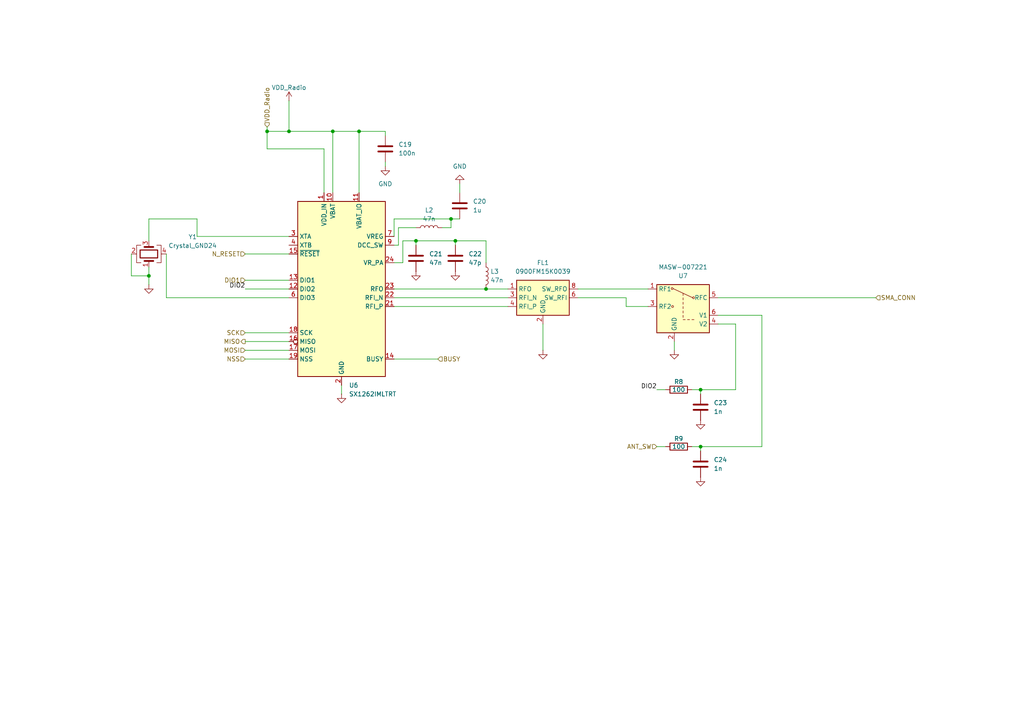
<source format=kicad_sch>
(kicad_sch (version 20250114) (generator "eeschema") (generator_version "9.0")
  (paper "A4")
  (lib_symbols
    (symbol "Device:C" (pin_numbers (hide yes)) (pin_names (offset 0.254))
      (property "Reference" "C" (at 0.635 2.54 0))
      (property "Value" "C" (at 0.635 -2.54 0))
      (symbol "C_0_1"
        (polyline (pts (xy -2.032 0.762) (xy 2.032 0.762)) (stroke (width 0.508)))
        (polyline (pts (xy -2.032 -0.762) (xy 2.032 -0.762)) (stroke (width 0.508)))
      )
      (symbol "C_1_1"
        (pin passive line (at 0 3.81 270) (length 2.794) (name "~") (number "1"))
        (pin passive line (at 0 -3.81 90) (length 2.794) (name "~") (number "2"))
      )
    )
    (symbol "Device:Crystal_GND24" (pin_names (offset 1.016) (hide yes))
      (property "Reference" "Y" (at 3.175 5.08 0))
      (property "Value" "Crystal_GND24" (at 3.175 3.175 0))
      (symbol "Crystal_GND24_0_1"
        (polyline (pts (xy -2.54 2.286) (xy -2.54 3.556) (xy 2.54 3.556) (xy 2.54 2.286)))
        (polyline (pts (xy -2.54 0) (xy -2.032 0)))
        (polyline (pts (xy -2.54 -2.286) (xy -2.54 -3.556) (xy 2.54 -3.556) (xy 2.54 -2.286)))
        (polyline (pts (xy -2.032 -1.27) (xy -2.032 1.27)) (stroke (width 0.508)))
        (rectangle (start -1.143 2.54) (end 1.143 -2.54) (stroke (width 0.3048)))
        (polyline (pts (xy 0 3.556) (xy 0 3.81)))
        (polyline (pts (xy 0 -3.81) (xy 0 -3.556)))
        (polyline (pts (xy 2.032 0) (xy 2.54 0)))
        (polyline (pts (xy 2.032 -1.27) (xy 2.032 1.27)) (stroke (width 0.508)))
      )
      (symbol "Crystal_GND24_1_1"
        (pin passive line (at -3.81 0 0) (length 1.27) (name "1") (number "1"))
        (pin passive line (at 0 5.08 270) (length 1.27) (name "2") (number "2"))
        (pin passive line (at 0 -5.08 90) (length 1.27) (name "4") (number "4"))
        (pin passive line (at 3.81 0 180) (length 1.27) (name "3") (number "3"))
      )
    )
    (symbol "Device:L" (pin_numbers (hide yes)) (pin_names (offset 1.016) (hide yes))
      (property "Reference" "L" (at -1.27 0 90))
      (property "Value" "L" (at 1.905 0 90))
      (symbol "L_0_1"
        (arc (start 0 2.54) (mid 0.6323 1.905) (end 0 1.27))
        (arc (start 0 1.27) (mid 0.6323 0.635) (end 0 0))
        (arc (start 0 0) (mid 0.6323 -0.635) (end 0 -1.27))
        (arc (start 0 -1.27) (mid 0.6323 -1.905) (end 0 -2.54))
      )
      (symbol "L_1_1"
        (pin passive line (at 0 3.81 270) (length 1.27) (name "1") (number "1"))
        (pin passive line (at 0 -3.81 90) (length 1.27) (name "2") (number "2"))
      )
    )
    (symbol "Device:R" (pin_numbers (hide yes)) (pin_names (offset 0))
      (property "Reference" "R" (at 2.032 0 90))
      (property "Value" "R" (at 0 0 90))
      (symbol "R_0_1"
        (rectangle (start -1.016 -2.54) (end 1.016 2.54) (stroke (width 0.254)))
      )
      (symbol "R_1_1"
        (pin passive line (at 0 3.81 270) (length 1.27) (name "~") (number "1"))
        (pin passive line (at 0 -3.81 90) (length 1.27) (name "~") (number "2"))
      )
    )
    (symbol "Filter:0900FM15K0039"
      (property "Reference" "FL" (at -6.35 -6.35 0))
      (property "Value" "0900FM15K0039" (at 0 6.35 0))
      (symbol "0900FM15K0039_0_0"
        (pin passive line (at -10.16 2.54 0) (length 2.54) (name "RFO") (number "1"))
        (pin passive line (at -10.16 0 0) (length 2.54) (name "RFI_N") (number "3"))
        (pin passive line (at -10.16 -2.54 0) (length 2.54) (name "RFI_P") (number "4"))
        (pin passive line (at 0 -7.62 90) (length 2.54) (hide yes) (name "GND") (number "10"))
        (pin power_in line (at 0 -7.62 90) (length 2.54) (name "GND") (number "2"))
        (pin passive line (at 0 -7.62 90) (length 2.54) (hide yes) (name "GND") (number "5"))
        (pin passive line (at 0 -7.62 90) (length 2.54) (hide yes) (name "GND") (number "7"))
        (pin passive line (at 0 -7.62 90) (length 2.54) (hide yes) (name "GND") (number "9"))
        (pin passive line (at 10.16 2.54 180) (length 2.54) (name "SW_RFO") (number "8"))
        (pin passive line (at 10.16 0 180) (length 2.54) (name "SW_RFI") (number "6"))
      )
      (symbol "0900FM15K0039_0_1"
        (rectangle (start -7.62 5.08) (end 7.62 -5.08) (stroke (width 0.254)) (fill (type background)))
      )
    )
    (symbol "RF:SX1262IMLTRT"
      (property "Reference" "U" (at 13.97 24.13 0))
      (property "Value" "SX1262IMLTRT" (at 13.97 21.59 0))
      (symbol "SX1262IMLTRT_0_1"
        (rectangle (start -12.7 25.4) (end 12.7 -25.4) (stroke (width 0.254)) (fill (type background)))
      )
      (symbol "SX1262IMLTRT_1_1"
        (pin bidirectional line (at -15.24 15.24 0) (length 2.54) (name "XTA") (number "3"))
        (pin bidirectional line (at -15.24 12.7 0) (length 2.54) (name "XTB") (number "4"))
        (pin input line (at -15.24 10.16 0) (length 2.54) (name "~{RESET}") (number "15"))
        (pin bidirectional line (at -15.24 2.54 0) (length 2.54) (name "DIO1") (number "13"))
        (pin bidirectional line (at -15.24 0 0) (length 2.54) (name "DIO2") (number "12"))
        (pin bidirectional line (at -15.24 -2.54 0) (length 2.54) (name "DIO3") (number "6"))
        (pin input line (at -15.24 -12.7 0) (length 2.54) (name "SCK") (number "18"))
        (pin tri_state inverted (at -15.24 -15.24 0) (length 2.54) (name "MISO") (number "16"))
        (pin input line (at -15.24 -17.78 0) (length 2.54) (name "MOSI") (number "17"))
        (pin input line (at -15.24 -20.32 0) (length 2.54) (name "NSS") (number "19"))
        (pin power_in line (at -5.08 27.94 270) (length 2.54) (name "VDD_IN") (number "1"))
        (pin power_in line (at -2.54 27.94 270) (length 2.54) (name "VBAT") (number "10"))
        (pin power_in line (at 0 -27.94 90) (length 2.54) (name "GND") (number "2"))
        (pin passive line (at 0 -27.94 90) (length 2.54) (hide yes) (name "GND") (number "20"))
        (pin passive line (at 0 -27.94 90) (length 2.54) (hide yes) (name "GND") (number "25"))
        (pin passive line (at 0 -27.94 90) (length 2.54) (hide yes) (name "GND") (number "5"))
        (pin passive line (at 0 -27.94 90) (length 2.54) (hide yes) (name "GND") (number "8"))
        (pin power_in line (at 5.08 27.94 270) (length 2.54) (name "VBAT_IO") (number "11"))
        (pin power_out line (at 15.24 15.24 180) (length 2.54) (name "VREG") (number "7"))
        (pin power_out line (at 15.24 12.7 180) (length 2.54) (name "DCC_SW") (number "9"))
        (pin power_out line (at 15.24 7.62 180) (length 2.54) (name "VR_PA") (number "24"))
        (pin output line (at 15.24 0 180) (length 2.54) (name "RFO") (number "23"))
        (pin input line (at 15.24 -2.54 180) (length 2.54) (name "RFI_N") (number "22"))
        (pin input line (at 15.24 -5.08 180) (length 2.54) (name "RFI_P") (number "21"))
        (pin output line (at 15.24 -20.32 180) (length 2.54) (name "BUSY") (number "14"))
      )
    )
    (symbol "RF_Switch:MASW-007221"
      (property "Reference" "U" (at -7.62 7.62 0))
      (property "Value" "MASW-007221" (at 3.81 7.62 0))
      (symbol "MASW-007221_0_1"
        (polyline (pts (xy -3.175 -3.81) (xy -2.54 -3.81)))
        (circle (center -3.048 2.54) (radius 0.2794))
        (polyline (pts (xy -2.794 2.54) (xy 2.921 5.207)))
        (polyline (pts (xy -1.905 -3.81) (xy -1.27 -3.81)))
        (polyline (pts (xy -0.635 -3.81) (xy 0 -3.81)))
        (polyline (pts (xy 0 3.175) (xy 0 3.81)))
        (polyline (pts (xy 0 1.905) (xy 0 2.54)))
        (polyline (pts (xy 0 0.635) (xy 0 1.27)))
        (polyline (pts (xy 0 -0.635) (xy 0 0)))
        (polyline (pts (xy 0 -1.905) (xy 0 -1.27)))
        (polyline (pts (xy 0 -3.175) (xy 0 -2.54)))
        (circle (center 3.048 0) (radius 0.2794))
        (circle (center 3.175 5.207) (radius 0.2794))
        (rectangle (start 7.62 -7.62) (end -7.62 6.35) (stroke (width 0.254)) (fill (type background)))
      )
      (symbol "MASW-007221_1_1"
        (pin passive line (at -10.16 2.54 0) (length 2.54) (name "RFC") (number "5"))
        (pin input line (at -10.16 -2.54 0) (length 2.54) (name "V1") (number "6"))
        (pin input line (at -10.16 -5.08 0) (length 2.54) (name "V2") (number "4"))
        (pin power_in line (at 2.54 -10.16 90) (length 2.54) (name "GND") (number "2"))
        (pin passive line (at 10.16 5.08 180) (length 2.54) (name "RF1") (number "1"))
        (pin passive line (at 10.16 0 180) (length 2.54) (name "RF2") (number "3"))
      )
    )
    (symbol "power:GND" (power) (pin_numbers (hide yes)) (pin_names (offset 0) (hide yes))
      (property "Value" "GND" (at 0 -3.81 0))
      (symbol "GND_0_1"
        (polyline (pts (xy 0 0) (xy 0 -1.27) (xy 1.27 -1.27) (xy 0 -2.54) (xy -1.27 -1.27) (xy 0 -1.27)))
      )
      (symbol "GND_1_1"
        (pin power_in line (at 0 0 270) (length 0) (name "~") (number "1"))
      )
    )
    (symbol "power:VDDA" (power) (pin_numbers (hide yes)) (pin_names (offset 0) (hide yes))
      (property "Value" "VDDA" (at 0 3.556 0))
      (symbol "VDDA_0_1"
        (polyline (pts (xy -0.762 1.27) (xy 0 2.54)))
        (polyline (pts (xy 0 2.54) (xy 0.762 1.27)))
        (polyline (pts (xy 0 0) (xy 0 2.54)))
      )
      (symbol "VDDA_1_1"
        (pin power_in line (at 0 0 90) (length 0) (name "~") (number "1"))
      )
    )
  )
  (junction (at 96.52 38.1))
  (junction (at 104.14 38.1))
  (junction (at 203.2 113.03))
  (junction (at 77.47 38.1))
  (junction (at 132.08 69.85))
  (junction (at 130.81 63.5))
  (junction (at 83.82 38.1))
  (junction (at 43.18 80.01))
  (junction (at 203.2 129.54))
  (junction (at 120.65 69.85))
  (junction (at 140.97 83.82))
  (wire (pts (xy 114.3 88.9) (xy 147.32 88.9)))
  (wire (pts (xy 114.3 71.12) (xy 115.57 71.12)))
  (wire (pts (xy 93.98 43.18) (xy 77.47 43.18)))
  (wire (pts (xy 83.82 29.21) (xy 83.82 38.1)))
  (wire (pts (xy 116.84 69.85) (xy 116.84 76.2)))
  (wire (pts (xy 77.47 38.1) (xy 83.82 38.1)))
  (wire (pts (xy 71.12 104.14) (xy 83.82 104.14)))
  (wire (pts (xy 200.66 113.03) (xy 203.2 113.03)))
  (wire (pts (xy 195.58 99.06) (xy 195.58 101.6)))
  (wire (pts (xy 77.47 36.83) (xy 77.47 38.1)))
  (wire (pts (xy 48.26 86.36) (xy 83.82 86.36)))
  (wire (pts (xy 71.12 101.6) (xy 83.82 101.6)))
  (wire (pts (xy 114.3 63.5) (xy 130.81 63.5)))
  (wire (pts (xy 104.14 55.88) (xy 104.14 38.1)))
  (wire (pts (xy 140.97 69.85) (xy 140.97 76.2)))
  (wire (pts (xy 190.5 129.54) (xy 193.04 129.54)))
  (wire (pts (xy 167.64 86.36) (xy 181.61 86.36)))
  (wire (pts (xy 83.82 73.66) (xy 71.12 73.66)))
  (wire (pts (xy 208.28 93.98) (xy 213.36 93.98)))
  (wire (pts (xy 99.06 111.76) (xy 99.06 114.3)))
  (wire (pts (xy 132.08 69.85) (xy 132.08 71.12)))
  (wire (pts (xy 130.81 63.5) (xy 133.35 63.5)))
  (wire (pts (xy 48.26 73.66) (xy 48.26 86.36)))
  (wire (pts (xy 116.84 76.2) (xy 114.3 76.2)))
  (wire (pts (xy 213.36 93.98) (xy 213.36 113.03)))
  (wire (pts (xy 157.48 93.98) (xy 157.48 101.6)))
  (wire (pts (xy 104.14 38.1) (xy 111.76 38.1)))
  (wire (pts (xy 203.2 113.03) (xy 213.36 113.03)))
  (wire (pts (xy 140.97 83.82) (xy 147.32 83.82)))
  (wire (pts (xy 43.18 63.5) (xy 57.15 63.5)))
  (wire (pts (xy 104.14 38.1) (xy 96.52 38.1)))
  (wire (pts (xy 120.65 69.85) (xy 120.65 71.12)))
  (wire (pts (xy 114.3 86.36) (xy 147.32 86.36)))
  (wire (pts (xy 181.61 88.9) (xy 187.96 88.9)))
  (wire (pts (xy 114.3 83.82) (xy 140.97 83.82)))
  (wire (pts (xy 57.15 63.5) (xy 57.15 68.58)))
  (wire (pts (xy 190.5 113.03) (xy 193.04 113.03)))
  (wire (pts (xy 114.3 104.14) (xy 127 104.14)))
  (wire (pts (xy 93.98 55.88) (xy 93.98 43.18)))
  (wire (pts (xy 43.18 63.5) (xy 43.18 69.85)))
  (wire (pts (xy 96.52 38.1) (xy 83.82 38.1)))
  (wire (pts (xy 208.28 86.36) (xy 254 86.36)))
  (wire (pts (xy 71.12 99.06) (xy 83.82 99.06)))
  (wire (pts (xy 115.57 71.12) (xy 115.57 66.04)))
  (wire (pts (xy 71.12 81.28) (xy 83.82 81.28)))
  (wire (pts (xy 114.3 63.5) (xy 114.3 68.58)))
  (wire (pts (xy 57.15 68.58) (xy 83.82 68.58)))
  (wire (pts (xy 38.1 73.66) (xy 38.1 80.01)))
  (wire (pts (xy 167.64 83.82) (xy 187.96 83.82)))
  (wire (pts (xy 77.47 38.1) (xy 77.47 43.18)))
  (wire (pts (xy 220.98 91.44) (xy 220.98 129.54)))
  (wire (pts (xy 111.76 46.99) (xy 111.76 48.26)))
  (wire (pts (xy 203.2 129.54) (xy 220.98 129.54)))
  (wire (pts (xy 120.65 69.85) (xy 132.08 69.85)))
  (wire (pts (xy 43.18 80.01) (xy 43.18 77.47)))
  (wire (pts (xy 133.35 53.34) (xy 133.35 55.88)))
  (wire (pts (xy 130.81 63.5) (xy 130.81 66.04)))
  (wire (pts (xy 203.2 114.3) (xy 203.2 113.03)))
  (wire (pts (xy 132.08 69.85) (xy 140.97 69.85)))
  (wire (pts (xy 200.66 129.54) (xy 203.2 129.54)))
  (wire (pts (xy 111.76 38.1) (xy 111.76 39.37)))
  (wire (pts (xy 128.27 66.04) (xy 130.81 66.04)))
  (wire (pts (xy 181.61 86.36) (xy 181.61 88.9)))
  (wire (pts (xy 96.52 55.88) (xy 96.52 38.1)))
  (wire (pts (xy 43.18 80.01) (xy 43.18 82.55)))
  (wire (pts (xy 38.1 80.01) (xy 43.18 80.01)))
  (wire (pts (xy 208.28 91.44) (xy 220.98 91.44)))
  (wire (pts (xy 116.84 69.85) (xy 120.65 69.85)))
  (wire (pts (xy 115.57 66.04) (xy 120.65 66.04)))
  (wire (pts (xy 203.2 130.81) (xy 203.2 129.54)))
  (wire (pts (xy 71.12 83.82) (xy 83.82 83.82)))
  (wire (pts (xy 71.12 96.52) (xy 83.82 96.52)))
  (label "DIO2" (at 190.5 113.03 180))
  (label "DIO2" (at 71.12 83.82 180))
  (hierarchical_label "N_RESET" (shape input) (at 71.12 73.66 180))
  (hierarchical_label "SCK" (shape input) (at 71.12 96.52 180))
  (hierarchical_label "SMA_CONN" (shape input) (at 254 86.36 0))
  (hierarchical_label "DIO1" (shape input) (at 71.12 81.28 180))
  (hierarchical_label "BUSY" (shape input) (at 127 104.14 0))
  (hierarchical_label "ANT_SW" (shape input) (at 190.5 129.54 180))
  (hierarchical_label "MOSI" (shape input) (at 71.12 101.6 180))
  (hierarchical_label "VDD_Radio" (shape input) (at 77.47 36.83 90))
  (hierarchical_label "NSS" (shape input) (at 71.12 104.14 180))
  (hierarchical_label "MISO" (shape output) (at 71.12 99.06 180))
  (symbol (lib_id "power:GND") (at 195.58 101.6 0) (unit 1)
    (property "Reference" "#PWR041" (effects (hide yes)))
    (property "Value" "GND" (effects (hide yes)))
    (property "Description" "Power symbol creates a global label with name \"GND\" , ground" (effects (hide yes)))
  )
  (symbol (lib_id "power:GND") (at 43.18 82.55 0) (unit 1)
    (property "Reference" "#PWR039" (effects (hide yes)))
    (property "Value" "GND" (effects (hide yes)))
    (property "Description" "Power symbol creates a global label with name \"GND\" , ground" (effects (hide yes)))
  )
  (symbol (lib_id "Device:R") (at 196.85 129.54 90) (unit 1)
    (property "Reference" "R9" (at 196.85 127.254 90))
    (property "Value" "100" (at 196.85 129.54 90))
    (property "Footprint" "Resistor_SMD:R_0402_1005Metric" (effects (hide yes)))
    (property "Description" "Resistor" (effects (hide yes)))
  )
  (symbol (lib_id "power:GND") (at 111.76 48.26 0) (unit 1)
    (property "Reference" "#PWR035" (effects (hide yes)))
    (property "Value" "GND" (at 111.76 53.34 0))
    (property "Description" "Power symbol creates a global label with name \"GND\" , ground" (effects (hide yes)))
  )
  (symbol (lib_id "RF_Switch:MASW-007221") (at 198.12 88.9 0) (mirror y) (unit 1)
    (property "Reference" "U7" (at 198.12 80.01 0))
    (property "Value" "MASW-007221" (at 198.12 77.47 0))
    (property "Footprint" "Package_TO_SOT_SMD:SOT-363_SC-70-6" (effects (hide yes)))
    (property "Datasheet" "http://cdn.macom.com/datasheets/masw-007221.pdf" (effects (hide yes)))
    (property "Description" "Macom GaAs RF SPDT switch, DC-3GHz, 0.56/12dB loss/isolation, SOT-363" (effects (hide yes)))
  )
  (symbol (lib_id "power:GND") (at 203.2 138.43 0) (unit 1)
    (property "Reference" "#PWR044" (effects (hide yes)))
    (property "Value" "GND" (effects (hide yes)))
    (property "Description" "Power symbol creates a global label with name \"GND\" , ground" (effects (hide yes)))
  )
  (symbol (lib_id "Device:Crystal_GND24") (at 43.18 73.66 90) (unit 1)
    (property "Reference" "Y1" (at 55.88 68.7068 90))
    (property "Value" "Crystal_GND24" (at 55.88 71.2468 90))
    (property "Footprint" "Crystal:Crystal_SMD_2520-4Pin_2.5x2.0mm" (effects (hide yes)))
    (property "Description" "Four pin crystal, GND on pins 2 and 4" (effects (hide yes)))
  )
  (symbol (lib_id "power:VDDA") (at 83.82 29.21 0) (unit 1)
    (property "Reference" "#PWR034" (effects (hide yes)))
    (property "Value" "VDD_Radio" (at 83.82 25.4 0))
    (property "Description" "Power symbol creates a global label with name \"VDDA\"" (effects (hide yes)))
  )
  (symbol (lib_id "power:GND") (at 99.06 114.3 0) (unit 1)
    (property "Reference" "#PWR042" (effects (hide yes)))
    (property "Value" "GND" (effects (hide yes)))
    (property "Description" "Power symbol creates a global label with name \"GND\" , ground" (effects (hide yes)))
  )
  (symbol (lib_id "RF:SX1262IMLTRT") (at 99.06 83.82 0) (unit 1)
    (property "Reference" "U6" (at 101.2033 111.76 0) (effects (justify left)))
    (property "Value" "SX1262IMLTRT" (at 101.2033 114.3 0) (effects (justify left)))
    (property "Footprint" "Package_DFN_QFN:QFN-24-1EP_4x4mm_P0.5mm_EP2.6x2.6mm" (effects (hide yes)))
    (property "Datasheet" "https://semtech.file.force.com/sfc/dist/version/download/?oid=00DE0000000JelG&ids=0682R00000IjPWSQA3&d=%2Fa%2F2R000000Un7F%2FyT.fKdAr9ZAo3cJLc4F2cBdUsMftpT2vsOICP7NmvMo" (effects (hide yes)))
    (property "Description" "150 MHz to 960 MHz Low Power Long Range Transceiver, 22dBm output power, spreading factor from 5 to 12, LoRA, QFN-24" (effects (hide yes)))
  )
  (symbol (lib_id "Device:L") (at 124.46 66.04 90) (unit 1)
    (property "Reference" "L2" (at 124.46 60.96 90))
    (property "Value" "47n" (at 124.46 63.5 90))
    (property "Footprint" "Inductor_SMD:L_CommonModeChoke_Coilcraft_0603USB" (effects (hide yes)))
    (property "Description" "Inductor" (effects (hide yes)))
  )
  (symbol (lib_id "Filter:0900FM15K0039") (at 157.48 86.36 0) (unit 1)
    (property "Reference" "FL1" (at 157.48 76.2 0))
    (property "Value" "0900FM15K0039" (at 157.48 78.74 0))
    (property "Footprint" "RF_Converter:Balun_Johanson_0900FM15K0039" (effects (hide yes)))
    (property "Datasheet" "https://www.johansontechnology.com/datasheets/0900FM15K0039/0900FM15K0039.pdf" (effects (hide yes)))
    (property "Description" "868MHz/915MHz Sub-GHz Impedance Matched Filter integrated passive for Semtech SX1261, SX1262, LLCC68" (effects (hide yes)))
  )
  (symbol (lib_id "Device:L") (at 140.97 80.01 0) (unit 1)
    (property "Reference" "L3" (at 142.24 78.7399 0) (effects (justify left)))
    (property "Value" "47n" (at 142.24 81.2799 0) (effects (justify left)))
    (property "Footprint" "Inductor_SMD:L_CommonModeChoke_Coilcraft_0603USB" (effects (hide yes)))
    (property "Description" "Inductor" (effects (hide yes)))
  )
  (symbol (lib_id "power:GND") (at 133.35 53.34 180) (unit 1)
    (property "Reference" "#PWR036" (effects (hide yes)))
    (property "Value" "GND" (at 133.35 48.26 0))
    (property "Description" "Power symbol creates a global label with name \"GND\" , ground" (effects (hide yes)))
  )
  (symbol (lib_id "Device:C") (at 203.2 118.11 0) (unit 1)
    (property "Reference" "C23" (at 207.01 116.8399 0) (effects (justify left)))
    (property "Value" "1n" (at 207.01 119.3799 0) (effects (justify left)))
    (property "Footprint" "Capacitor_SMD:C_0402_1005Metric" (effects (hide yes)))
    (property "Description" "Unpolarized capacitor" (effects (hide yes)))
  )
  (symbol (lib_id "power:GND") (at 157.48 101.6 0) (unit 1)
    (property "Reference" "#PWR040" (effects (hide yes)))
    (property "Value" "GND" (effects (hide yes)))
    (property "Description" "Power symbol creates a global label with name \"GND\" , ground" (effects (hide yes)))
  )
  (symbol (lib_id "power:GND") (at 203.2 121.92 0) (unit 1)
    (property "Reference" "#PWR043" (effects (hide yes)))
    (property "Value" "GND" (effects (hide yes)))
    (property "Description" "Power symbol creates a global label with name \"GND\" , ground" (effects (hide yes)))
  )
  (symbol (lib_id "Device:R") (at 196.85 113.03 90) (unit 1)
    (property "Reference" "R8" (at 196.85 110.744 90))
    (property "Value" "100" (at 196.85 113.03 90))
    (property "Footprint" "Resistor_SMD:R_0402_1005Metric" (effects (hide yes)))
    (property "Description" "Resistor" (effects (hide yes)))
  )
  (symbol (lib_id "power:GND") (at 132.08 78.74 0) (unit 1)
    (property "Reference" "#PWR038" (effects (hide yes)))
    (property "Value" "GND" (effects (hide yes)))
    (property "Description" "Power symbol creates a global label with name \"GND\" , ground" (effects (hide yes)))
  )
  (symbol (lib_id "Device:C") (at 120.65 74.93 0) (unit 1)
    (property "Reference" "C21" (at 124.46 73.6599 0) (effects (justify left)))
    (property "Value" "47n" (at 124.46 76.1999 0) (effects (justify left)))
    (property "Footprint" "Capacitor_SMD:C_0402_1005Metric" (effects (hide yes)))
    (property "Description" "Unpolarized capacitor" (effects (hide yes)))
  )
  (symbol (lib_id "Device:C") (at 132.08 74.93 0) (unit 1)
    (property "Reference" "C22" (at 135.89 73.6599 0) (effects (justify left)))
    (property "Value" "47p" (at 135.89 76.1999 0) (effects (justify left)))
    (property "Footprint" "Capacitor_SMD:C_0402_1005Metric" (effects (hide yes)))
    (property "Description" "Unpolarized capacitor" (effects (hide yes)))
  )
  (symbol (lib_id "power:GND") (at 120.65 78.74 0) (unit 1)
    (property "Reference" "#PWR037" (effects (hide yes)))
    (property "Value" "GND" (effects (hide yes)))
    (property "Description" "Power symbol creates a global label with name \"GND\" , ground" (effects (hide yes)))
  )
  (symbol (lib_id "Device:C") (at 133.35 59.69 0) (unit 1)
    (property "Reference" "C20" (at 137.16 58.4199 0) (effects (justify left)))
    (property "Value" "1u" (at 137.16 60.9599 0) (effects (justify left)))
    (property "Footprint" "Capacitor_SMD:C_0402_1005Metric" (effects (hide yes)))
    (property "Description" "Unpolarized capacitor" (effects (hide yes)))
  )
  (symbol (lib_id "Device:C") (at 111.76 43.18 0) (unit 1)
    (property "Reference" "C19" (at 115.57 41.9099 0) (effects (justify left)))
    (property "Value" "100n" (at 115.57 44.4499 0) (effects (justify left)))
    (property "Footprint" "Capacitor_SMD:C_0402_1005Metric" (effects (hide yes)))
    (property "Description" "Unpolarized capacitor" (effects (hide yes)))
  )
  (symbol (lib_id "Device:C") (at 203.2 134.62 0) (unit 1)
    (property "Reference" "C24" (at 207.01 133.3499 0) (effects (justify left)))
    (property "Value" "1n" (at 207.01 135.8899 0) (effects (justify left)))
    (property "Footprint" "Capacitor_SMD:C_0402_1005Metric" (effects (hide yes)))
    (property "Description" "Unpolarized capacitor" (effects (hide yes)))
  )
)
</source>
